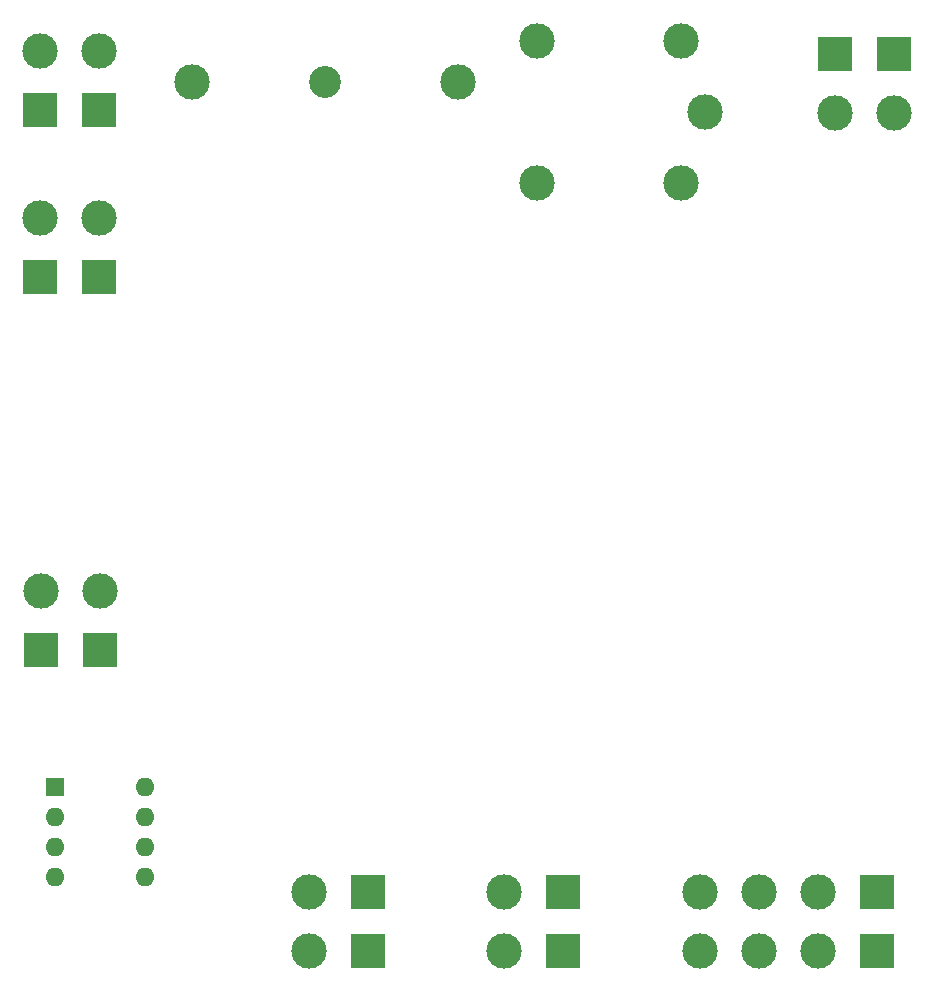
<source format=gbs>
%TF.GenerationSoftware,KiCad,Pcbnew,(6.0.4)*%
%TF.CreationDate,2022-07-09T00:06:40+02:00*%
%TF.ProjectId,BSPDandIndication,42535044-616e-4644-996e-646963617469,1.0*%
%TF.SameCoordinates,Original*%
%TF.FileFunction,Soldermask,Bot*%
%TF.FilePolarity,Negative*%
%FSLAX46Y46*%
G04 Gerber Fmt 4.6, Leading zero omitted, Abs format (unit mm)*
G04 Created by KiCad (PCBNEW (6.0.4)) date 2022-07-09 00:06:40*
%MOMM*%
%LPD*%
G01*
G04 APERTURE LIST*
%ADD10R,3.000000X3.000000*%
%ADD11C,3.000000*%
%ADD12R,1.600000X1.600000*%
%ADD13O,1.600000X1.600000*%
%ADD14C,2.700000*%
G04 APERTURE END LIST*
D10*
%TO.C,J5*%
X71318500Y-89522500D03*
X71318500Y-94522500D03*
D11*
X66318500Y-94522500D03*
X66318500Y-89522500D03*
%TD*%
D10*
%TO.C,J4*%
X97908500Y-89522500D03*
X97908500Y-94522500D03*
D11*
X92908500Y-89522500D03*
X92908500Y-94522500D03*
X87908500Y-94522500D03*
X87908500Y-89522500D03*
X82908500Y-89522500D03*
X82908500Y-94522500D03*
%TD*%
D12*
%TO.C,U3*%
X28331000Y-80655000D03*
D13*
X28331000Y-83195000D03*
X28331000Y-85735000D03*
X28331000Y-88275000D03*
X35951000Y-88275000D03*
X35951000Y-85735000D03*
X35951000Y-83195000D03*
X35951000Y-80655000D03*
%TD*%
D10*
%TO.C,J6*%
X99348500Y-18597500D03*
X94348500Y-18597500D03*
D11*
X94348500Y-23597500D03*
X99348500Y-23597500D03*
%TD*%
D10*
%TO.C,J3*%
X27143500Y-69032500D03*
X32143500Y-69032500D03*
D11*
X27143500Y-64032500D03*
X32143500Y-64032500D03*
%TD*%
D10*
%TO.C,J1*%
X32051000Y-23312500D03*
X27051000Y-23312500D03*
D11*
X27051000Y-18312500D03*
X32051000Y-18312500D03*
%TD*%
D10*
%TO.C,J2*%
X32051000Y-37465000D03*
X27051000Y-37465000D03*
D11*
X32051000Y-32465000D03*
X27051000Y-32465000D03*
%TD*%
D14*
%TO.C,F1*%
X51181000Y-20955000D03*
D11*
X39931000Y-20955000D03*
X62431000Y-20955000D03*
%TD*%
D10*
%TO.C,J7*%
X54808500Y-89522500D03*
X54808500Y-94522500D03*
D11*
X49808500Y-94522500D03*
X49808500Y-89522500D03*
%TD*%
%TO.C,K1*%
X83361000Y-23495000D03*
X69161000Y-29495000D03*
X69161000Y-17495000D03*
X81361000Y-17495000D03*
X81361000Y-29495000D03*
%TD*%
M02*

</source>
